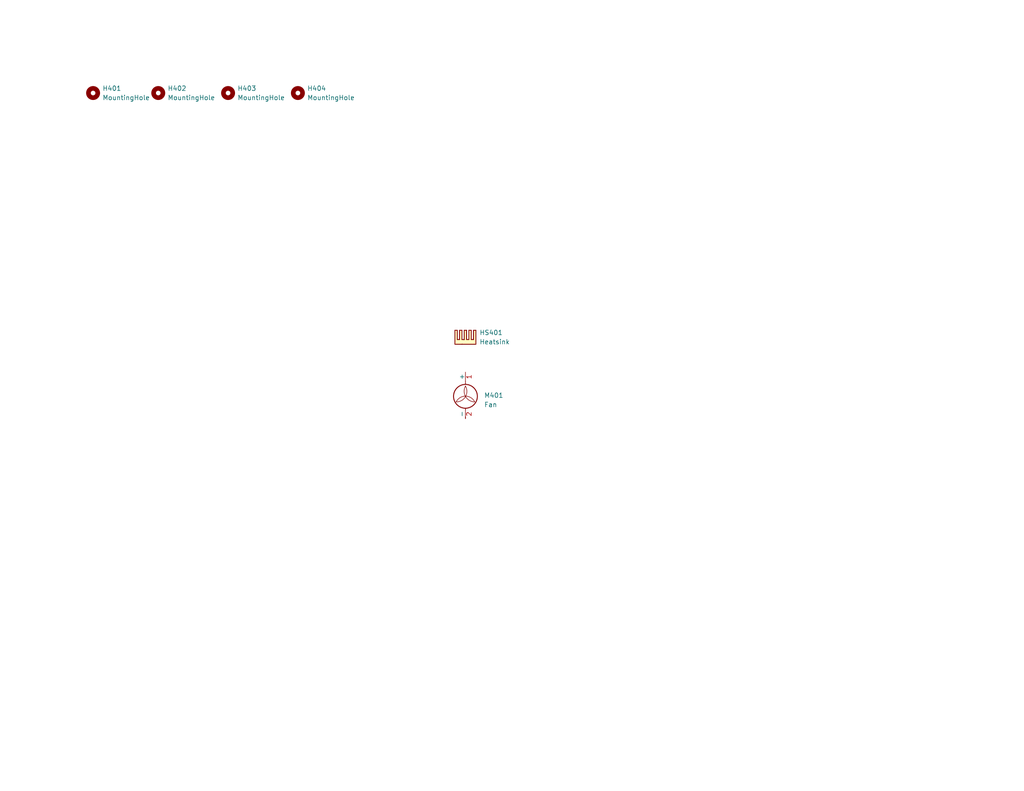
<source format=kicad_sch>
(kicad_sch (version 20231120) (generator "eeschema") (generator_version "8.0")
  (paper "USLetter")
  (title_block (title "Mighty MPPT") (date "2024-08-28") (rev "v0.1.0rc") (comment 1 "Matthew Yu") (comment 2 "Jacob Pustilnik"))
  (lib_symbols
    (symbol "Mechanical:Heatsink" (pin_names (offset 1.016)) (exclude_from_sim yes)
      (property "Reference" "HS" (at 0 5.08 0))
      (property "Value" "Heatsink" (at 0 -1.27 0))
      (symbol "Heatsink_0_1"
        (polyline (pts (xy -0.3302 1.27) (xy -0.9652 1.27) (xy -0.9652 3.81) (xy -1.6002 3.81) (xy -1.6002 1.27) (xy -2.2352 1.27) (xy -2.2352 3.81) (xy -2.8702 3.81) (xy -2.8702 0) (xy -0.9652 0)) (stroke (width 0.254)) (fill (type background)))
        (polyline (pts (xy -0.3302 1.27) (xy -0.3302 3.81) (xy 0.3048 3.81) (xy 0.3048 1.27) (xy 0.9398 1.27) (xy 0.9398 3.81) (xy 1.5748 3.81) (xy 1.5748 1.27) (xy 2.2098 1.27) (xy 2.2098 3.81) (xy 2.8448 3.81) (xy 2.8448 0) (xy -0.9652 0)) (stroke (width 0.254)) (fill (type background)))
      )
    )
    (symbol "Mechanical:MountingHole" (pin_names (offset 1.016)) (exclude_from_sim yes) (in_bom no)
      (property "Reference" "H" (at 0 5.08 0))
      (property "Value" "MountingHole" (at 0 3.175 0))
      (symbol "MountingHole_0_1"
        (circle (center 0 0) (radius 1.27) (stroke (width 1.27)))
      )
    )
    (symbol "Motor:Fan" (pin_names (offset 0))
      (property "Reference" "M" (at 2.54 5.08 0))
      (property "Value" "Fan" (at 2.54 -2.54 0))
      (symbol "Fan_0_1"
        (arc (start -2.54 -0.508) (mid 0.0028 0.9121) (end 0 3.81))
        (polyline (pts (xy 0 -5.08) (xy 0 -4.572)))
        (polyline (pts (xy 0 -2.2352) (xy 0 -2.6416)))
        (polyline (pts (xy 0 4.2672) (xy 0 4.6228)))
        (polyline (pts (xy 0 4.572) (xy 0 5.08)))
        (circle (center 0 1.016) (radius 3.2512) (stroke (width 0.254)))
        (arc (start 0 3.81) (mid 0.053 0.921) (end 2.54 -0.508))
        (arc (start 2.54 -0.508) (mid 0 1.0618) (end -2.54 -0.508))
      )
      (symbol "Fan_1_1"
        (pin passive line (at 0 7.62 270) (length 2.54) (name "+") (number "1"))
        (pin passive line (at 0 -5.08 90) (length 2.54) (name "-") (number "2"))
      )
    )
  )
  (symbol (lib_id "Mechanical:MountingHole") (at 81.28 25.4 0) (unit 1) (exclude_from_sim yes) (in_bom no)
    (property "Reference" "H404" (at 83.82 24.1299 0) (effects (justify left)))
    (property "Value" "MountingHole" (at 83.82 26.6699 0) (effects (justify left)))
    (property "Footprint" "MountingHole:MountingHole_5.3mm_M5" (effects (hide yes)))
    (property "Description" "Mounting Hole without connection" (effects (hide yes)))
  )
  (symbol (lib_id "Mechanical:Heatsink") (at 127 93.98 0) (unit 1) (exclude_from_sim yes)
    (property "Reference" "HS401" (at 130.81 90.8049 0) (effects (justify left)))
    (property "Value" "Heatsink" (at 130.81 93.3449 0) (effects (justify left)))
    (property "Description" "Heatsink" (effects (hide yes)))
  )
  (symbol (lib_id "Motor:Fan") (at 127 109.22 0) (unit 1)
    (property "Reference" "M401" (at 132.08 107.9499 0) (effects (justify left)))
    (property "Value" "Fan" (at 132.08 110.4899 0) (effects (justify left)))
    (property "Description" "Fan" (effects (hide yes)))
  )
  (symbol (lib_id "Mechanical:MountingHole") (at 62.23 25.4 0) (unit 1) (exclude_from_sim yes) (in_bom no)
    (property "Reference" "H403" (at 64.77 24.1299 0) (effects (justify left)))
    (property "Value" "MountingHole" (at 64.77 26.6699 0) (effects (justify left)))
    (property "Footprint" "MountingHole:MountingHole_5.3mm_M5" (effects (hide yes)))
    (property "Description" "Mounting Hole without connection" (effects (hide yes)))
  )
  (symbol (lib_id "Mechanical:MountingHole") (at 43.18 25.4 0) (unit 1) (exclude_from_sim yes) (in_bom no)
    (property "Reference" "H402" (at 45.72 24.1299 0) (effects (justify left)))
    (property "Value" "MountingHole" (at 45.72 26.6699 0) (effects (justify left)))
    (property "Footprint" "MountingHole:MountingHole_5.3mm_M5" (effects (hide yes)))
    (property "Description" "Mounting Hole without connection" (effects (hide yes)))
  )
  (symbol (lib_id "Mechanical:MountingHole") (at 25.4 25.4 0) (unit 1) (exclude_from_sim yes) (in_bom no)
    (property "Reference" "H401" (at 27.94 24.1299 0) (effects (justify left)))
    (property "Value" "MountingHole" (at 27.94 26.6699 0) (effects (justify left)))
    (property "Footprint" "MountingHole:MountingHole_5.3mm_M5" (effects (hide yes)))
    (property "Description" "Mounting Hole without connection" (effects (hide yes)))
  )
)
</source>
